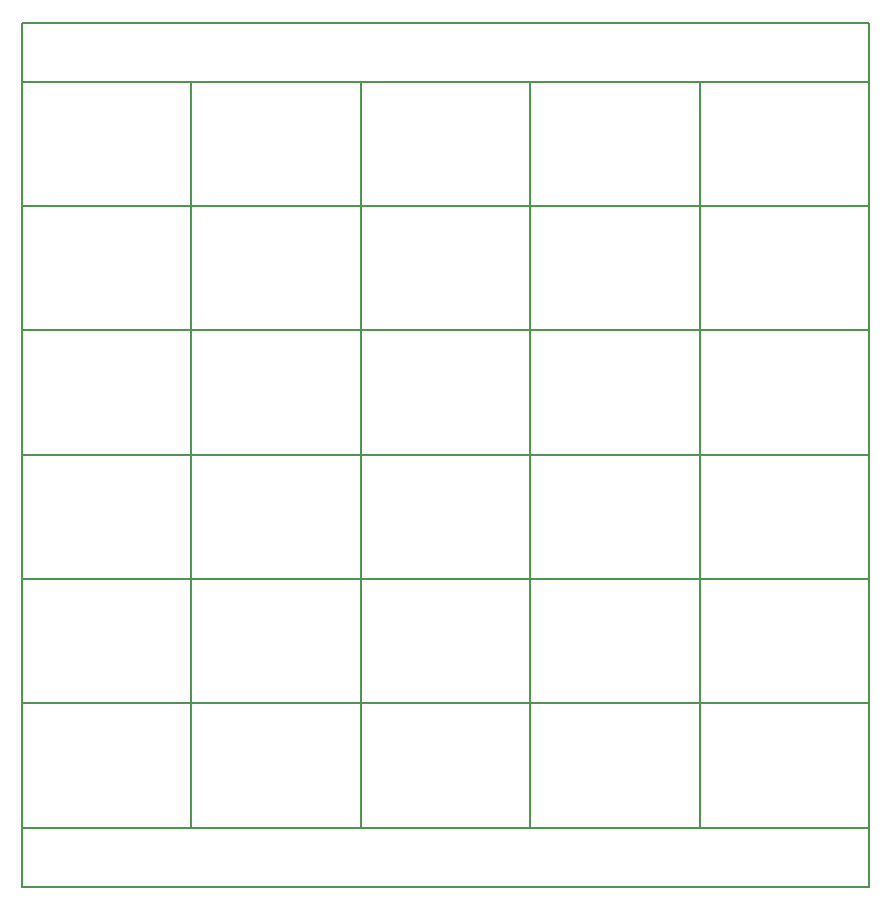
<source format=gko>
G04*
G04 #@! TF.GenerationSoftware,Altium Limited,Altium Designer,23.5.1 (21)*
G04*
G04 Layer_Color=16711935*
%FSTAX25Y25*%
%MOIN*%
G70*
G04*
G04 #@! TF.SameCoordinates,755BC27C-C67A-4D62-9883-C884FE973DC9*
G04*
G04*
G04 #@! TF.FilePolarity,Positive*
G04*
G01*
G75*
%ADD43C,0.00500*%
D43*
X0243111Y0287984D02*
X0282481D01*
X0243111Y0268299D02*
X0282481D01*
Y0287984D01*
X-0D02*
X003937D01*
X-0Y0268299D02*
X003937D01*
X-0D02*
Y0287984D01*
X0282481Y0D02*
Y0019685D01*
X0243111D02*
X0282481D01*
X0243111Y0D02*
X0282481D01*
X-0D02*
Y0019685D01*
X003937D01*
X-0Y0D02*
X003937D01*
X0Y0287984D02*
X0282481D01*
X0Y0D02*
Y0287984D01*
X0282481Y0D02*
Y0287984D01*
X0Y0D02*
X0282481D01*
X-0Y0019685D02*
Y0061121D01*
X0056496D01*
Y0019685D02*
Y0061121D01*
X-0Y0019685D02*
X0056496D01*
Y0061121D01*
X0112992D01*
Y0019685D02*
Y0061121D01*
X0056496Y0019685D02*
X0112992D01*
Y0061121D01*
X0169488D01*
Y0019685D02*
Y0061121D01*
X0112992Y0019685D02*
X0169488D01*
Y0061121D01*
X0225985D01*
Y0019685D02*
Y0061121D01*
X0169488Y0019685D02*
X0225985D01*
Y0061121D01*
X0282481D01*
Y0019685D02*
Y0061121D01*
X0225985Y0019685D02*
X0282481D01*
X-0Y0061121D02*
Y0102557D01*
X0056496D01*
Y0061121D02*
Y0102557D01*
X-0Y0061121D02*
X0056496D01*
Y0102557D01*
X0112992D01*
Y0061121D02*
Y0102557D01*
X0056496Y0061121D02*
X0112992D01*
Y0102557D01*
X0169488D01*
Y0061121D02*
Y0102557D01*
X0112992Y0061121D02*
X0169488D01*
Y0102557D01*
X0225985D01*
Y0061121D02*
Y0102557D01*
X0169488Y0061121D02*
X0225985D01*
Y0102557D01*
X0282481D01*
Y0061121D02*
Y0102557D01*
X0225985Y0061121D02*
X0282481D01*
X-0Y0102557D02*
Y0143992D01*
X0056496D01*
Y0102557D02*
Y0143992D01*
X-0Y0102557D02*
X0056496D01*
Y0143992D01*
X0112992D01*
Y0102557D02*
Y0143992D01*
X0056496Y0102557D02*
X0112992D01*
Y0143992D01*
X0169488D01*
Y0102557D02*
Y0143992D01*
X0112992Y0102557D02*
X0169488D01*
Y0143992D01*
X0225985D01*
Y0102557D02*
Y0143992D01*
X0169488Y0102557D02*
X0225985D01*
Y0143992D01*
X0282481D01*
Y0102557D02*
Y0143992D01*
X0225985Y0102557D02*
X0282481D01*
X-0Y0143992D02*
Y0185428D01*
X0056496D01*
Y0143992D02*
Y0185428D01*
X-0Y0143992D02*
X0056496D01*
Y0185428D01*
X0112992D01*
Y0143992D02*
Y0185428D01*
X0056496Y0143992D02*
X0112992D01*
Y0185428D01*
X0169488D01*
Y0143992D02*
Y0185428D01*
X0112992Y0143992D02*
X0169488D01*
Y0185428D01*
X0225985D01*
Y0143992D02*
Y0185428D01*
X0169488Y0143992D02*
X0225985D01*
Y0185428D01*
X0282481D01*
Y0143992D02*
Y0185428D01*
X0225985Y0143992D02*
X0282481D01*
X-0Y0185428D02*
Y0226864D01*
X0056496D01*
Y0185428D02*
Y0226864D01*
X-0Y0185428D02*
X0056496D01*
Y0226864D01*
X0112992D01*
Y0185428D02*
Y0226864D01*
X0056496Y0185428D02*
X0112992D01*
Y0226864D01*
X0169488D01*
Y0185428D02*
Y0226864D01*
X0112992Y0185428D02*
X0169488D01*
Y0226864D01*
X0225985D01*
Y0185428D02*
Y0226864D01*
X0169488Y0185428D02*
X0225985D01*
Y0226864D01*
X0282481D01*
Y0185428D02*
Y0226864D01*
X0225985Y0185428D02*
X0282481D01*
X-0Y0226864D02*
Y0268299D01*
X0056496D01*
Y0226864D02*
Y0268299D01*
X-0Y0226864D02*
X0056496D01*
Y0268299D01*
X0112992D01*
Y0226864D02*
Y0268299D01*
X0056496Y0226864D02*
X0112992D01*
Y0268299D01*
X0169488D01*
Y0226864D02*
Y0268299D01*
X0112992Y0226864D02*
X0169488D01*
Y0268299D01*
X0225985D01*
Y0226864D02*
Y0268299D01*
X0169488Y0226864D02*
X0225985D01*
Y0268299D01*
X0282481D01*
Y0226864D02*
Y0268299D01*
X0225985Y0226864D02*
X0282481D01*
M02*

</source>
